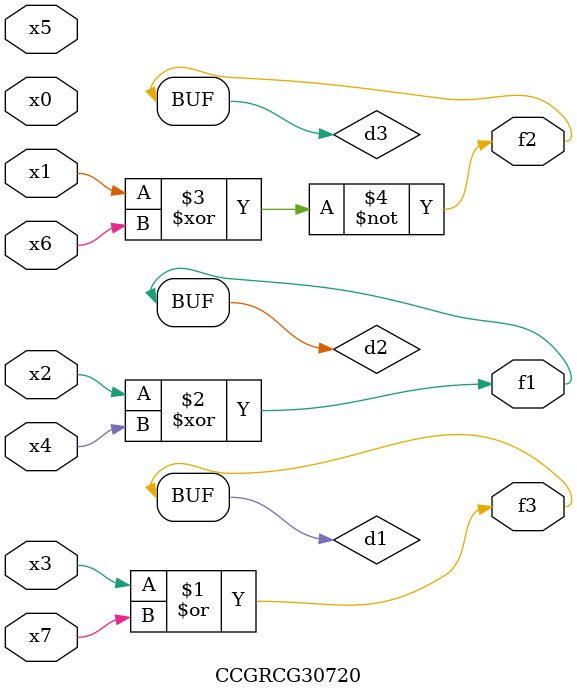
<source format=v>
module CCGRCG30720(
	input x0, x1, x2, x3, x4, x5, x6, x7,
	output f1, f2, f3
);

	wire d1, d2, d3;

	or (d1, x3, x7);
	xor (d2, x2, x4);
	xnor (d3, x1, x6);
	assign f1 = d2;
	assign f2 = d3;
	assign f3 = d1;
endmodule

</source>
